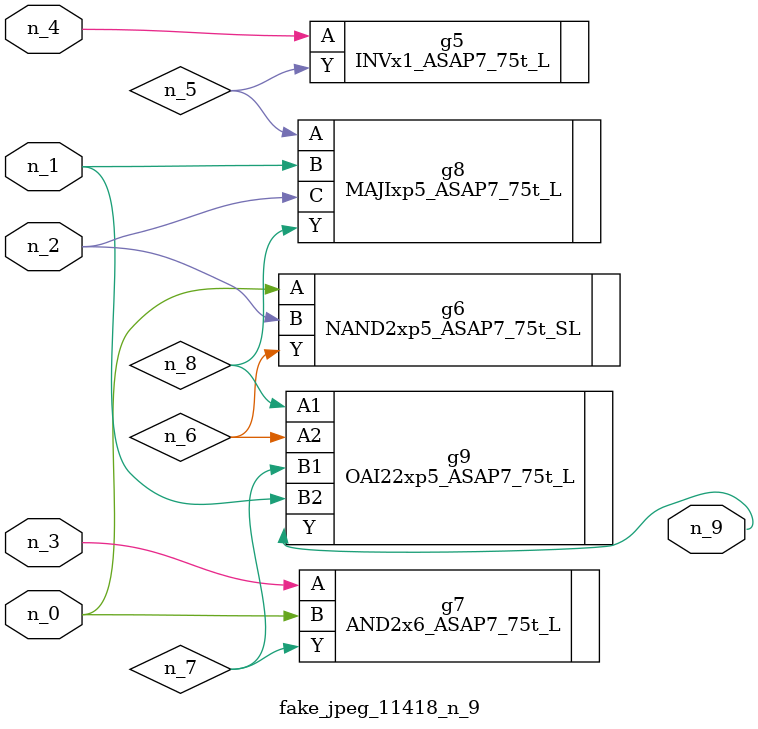
<source format=v>
module fake_jpeg_11418_n_9 (n_3, n_2, n_1, n_0, n_4, n_9);

input n_3;
input n_2;
input n_1;
input n_0;
input n_4;

output n_9;

wire n_8;
wire n_6;
wire n_5;
wire n_7;

INVx1_ASAP7_75t_L g5 ( 
.A(n_4),
.Y(n_5)
);

NAND2xp5_ASAP7_75t_SL g6 ( 
.A(n_0),
.B(n_2),
.Y(n_6)
);

AND2x6_ASAP7_75t_L g7 ( 
.A(n_3),
.B(n_0),
.Y(n_7)
);

MAJIxp5_ASAP7_75t_L g8 ( 
.A(n_5),
.B(n_1),
.C(n_2),
.Y(n_8)
);

OAI22xp5_ASAP7_75t_L g9 ( 
.A1(n_8),
.A2(n_6),
.B1(n_7),
.B2(n_1),
.Y(n_9)
);


endmodule
</source>
